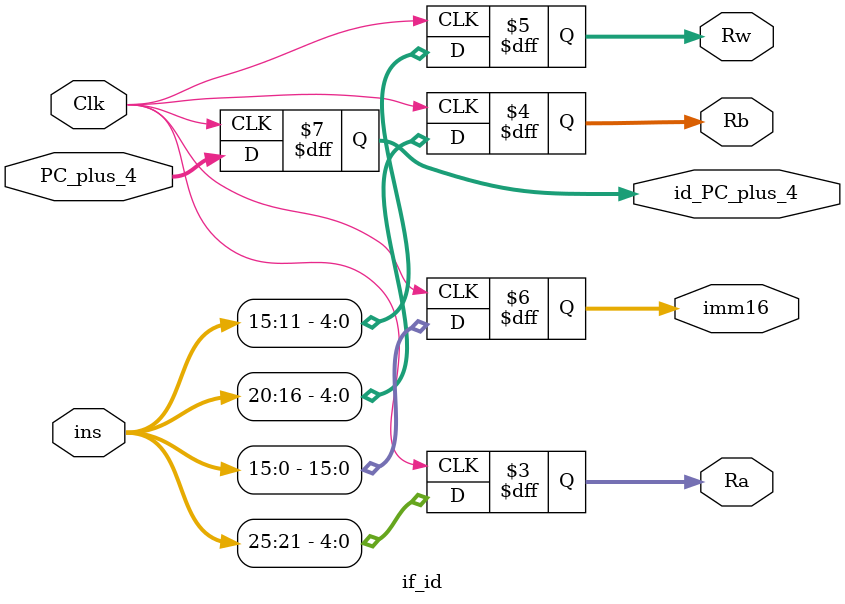
<source format=v>
module if_id(Clk,ins,PC_plus_4,Ra,Rb,Rw,imm16,id_PC_plus_4);
    input Clk;
    input[31:0] ins;
    input[31:2] PC_plus_4;
    
    output reg [4:0] Ra;
    output reg [4:0] Rb;
    output reg [4:0] Rw;
    output reg [15:0] imm16;
    output reg [31:2] id_PC_plus_4;
    
    initial begin
      Ra           = 5'd0;
      Rb           = 5'd0;
      Rw           = 5'd0;
      imm16        = 16'd0;
      id_PC_plus_4 = 30'd0;
    end
    always @(posedge Clk)
    begin
      Ra           <= ins[25:21];
      Rb           <= ins[20:16];
      Rw           <= ins[15:11];
      imm16        <= ins[15:0];
      id_PC_plus_4 <= PC_plus_4;
    end

endmodule

</source>
